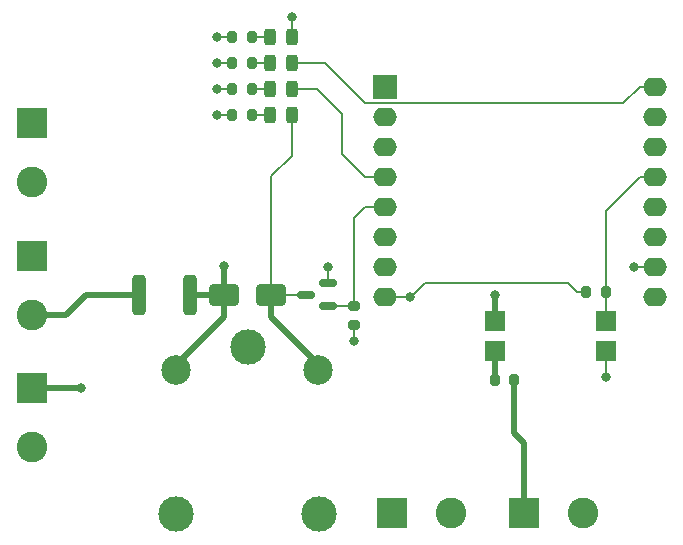
<source format=gbr>
%TF.GenerationSoftware,KiCad,Pcbnew,8.0.4-8.0.4-0~ubuntu22.04.1*%
%TF.CreationDate,2024-08-18T10:29:15-05:00*%
%TF.ProjectId,Doorbell with External ESP8266,446f6f72-6265-46c6-9c20-776974682045,v1.1*%
%TF.SameCoordinates,Original*%
%TF.FileFunction,Copper,L1,Top*%
%TF.FilePolarity,Positive*%
%FSLAX46Y46*%
G04 Gerber Fmt 4.6, Leading zero omitted, Abs format (unit mm)*
G04 Created by KiCad (PCBNEW 8.0.4-8.0.4-0~ubuntu22.04.1) date 2024-08-18 10:29:15*
%MOMM*%
%LPD*%
G01*
G04 APERTURE LIST*
G04 Aperture macros list*
%AMRoundRect*
0 Rectangle with rounded corners*
0 $1 Rounding radius*
0 $2 $3 $4 $5 $6 $7 $8 $9 X,Y pos of 4 corners*
0 Add a 4 corners polygon primitive as box body*
4,1,4,$2,$3,$4,$5,$6,$7,$8,$9,$2,$3,0*
0 Add four circle primitives for the rounded corners*
1,1,$1+$1,$2,$3*
1,1,$1+$1,$4,$5*
1,1,$1+$1,$6,$7*
1,1,$1+$1,$8,$9*
0 Add four rect primitives between the rounded corners*
20,1,$1+$1,$2,$3,$4,$5,0*
20,1,$1+$1,$4,$5,$6,$7,0*
20,1,$1+$1,$6,$7,$8,$9,0*
20,1,$1+$1,$8,$9,$2,$3,0*%
G04 Aperture macros list end*
%TA.AperFunction,SMDPad,CuDef*%
%ADD10RoundRect,0.200000X0.200000X0.275000X-0.200000X0.275000X-0.200000X-0.275000X0.200000X-0.275000X0*%
%TD*%
%TA.AperFunction,SMDPad,CuDef*%
%ADD11RoundRect,0.243750X0.243750X0.456250X-0.243750X0.456250X-0.243750X-0.456250X0.243750X-0.456250X0*%
%TD*%
%TA.AperFunction,SMDPad,CuDef*%
%ADD12RoundRect,0.250000X-0.312500X-1.450000X0.312500X-1.450000X0.312500X1.450000X-0.312500X1.450000X0*%
%TD*%
%TA.AperFunction,ComponentPad*%
%ADD13R,2.600000X2.600000*%
%TD*%
%TA.AperFunction,ComponentPad*%
%ADD14C,2.600000*%
%TD*%
%TA.AperFunction,ComponentPad*%
%ADD15R,2.000000X2.000000*%
%TD*%
%TA.AperFunction,ComponentPad*%
%ADD16O,2.000000X1.600000*%
%TD*%
%TA.AperFunction,SMDPad,CuDef*%
%ADD17RoundRect,0.150000X0.587500X0.150000X-0.587500X0.150000X-0.587500X-0.150000X0.587500X-0.150000X0*%
%TD*%
%TA.AperFunction,SMDPad,CuDef*%
%ADD18RoundRect,0.243750X-0.243750X-0.456250X0.243750X-0.456250X0.243750X0.456250X-0.243750X0.456250X0*%
%TD*%
%TA.AperFunction,SMDPad,CuDef*%
%ADD19RoundRect,0.200000X-0.275000X0.200000X-0.275000X-0.200000X0.275000X-0.200000X0.275000X0.200000X0*%
%TD*%
%TA.AperFunction,SMDPad,CuDef*%
%ADD20RoundRect,0.200000X-0.200000X-0.275000X0.200000X-0.275000X0.200000X0.275000X-0.200000X0.275000X0*%
%TD*%
%TA.AperFunction,ComponentPad*%
%ADD21C,3.000000*%
%TD*%
%TA.AperFunction,ComponentPad*%
%ADD22C,2.500000*%
%TD*%
%TA.AperFunction,SMDPad,CuDef*%
%ADD23RoundRect,0.250000X-1.000000X-0.650000X1.000000X-0.650000X1.000000X0.650000X-1.000000X0.650000X0*%
%TD*%
%TA.AperFunction,SMDPad,CuDef*%
%ADD24R,1.680000X1.710000*%
%TD*%
%TA.AperFunction,ViaPad*%
%ADD25C,0.800000*%
%TD*%
%TA.AperFunction,Conductor*%
%ADD26C,0.500000*%
%TD*%
%TA.AperFunction,Conductor*%
%ADD27C,0.200000*%
%TD*%
G04 APERTURE END LIST*
D10*
%TO.P,R101,1*%
%TO.N,Net-(D101-A)*%
X44325000Y-24000000D03*
%TO.P,R101,2*%
%TO.N,+3V3*%
X42675000Y-24000000D03*
%TD*%
%TO.P,R104,1*%
%TO.N,Net-(D104-A)*%
X44325000Y-30600000D03*
%TO.P,R104,2*%
%TO.N,+3V3*%
X42675000Y-30600000D03*
%TD*%
D11*
%TO.P,D104,1,K*%
%TO.N,/RELAY_LED*%
X47737500Y-30600000D03*
%TO.P,D104,2,A*%
%TO.N,Net-(D104-A)*%
X45862500Y-30600000D03*
%TD*%
D12*
%TO.P,F101,1*%
%TO.N,Net-(J102-Pin_2)*%
X34825000Y-45800000D03*
%TO.P,F101,2*%
%TO.N,VCC*%
X39100000Y-45800000D03*
%TD*%
D13*
%TO.P,J102,1,Pin_1*%
%TO.N,GND*%
X25705000Y-42500000D03*
D14*
%TO.P,J102,2,Pin_2*%
%TO.N,Net-(J102-Pin_2)*%
X25705000Y-47500000D03*
%TD*%
D13*
%TO.P,J105,1,Pin_1*%
%TO.N,Net-(J105-Pin_1)*%
X67400000Y-64300000D03*
D14*
%TO.P,J105,2,Pin_2*%
%TO.N,GND*%
X72400000Y-64300000D03*
%TD*%
D13*
%TO.P,J104,1,Pin_1*%
%TO.N,Net-(J104-Pin_1)*%
X56200000Y-64300000D03*
D14*
%TO.P,J104,2,Pin_2*%
%TO.N,/AC_B*%
X61200000Y-64300000D03*
%TD*%
D11*
%TO.P,D101,1,K*%
%TO.N,GND*%
X47737500Y-24000000D03*
%TO.P,D101,2,A*%
%TO.N,Net-(D101-A)*%
X45862500Y-24000000D03*
%TD*%
D15*
%TO.P,U101,1,~{RST}*%
%TO.N,unconnected-(U101-~{RST}-Pad1)*%
X55640000Y-28200000D03*
D16*
%TO.P,U101,2,A0*%
%TO.N,unconnected-(U101-A0-Pad2)*%
X55640000Y-30740000D03*
%TO.P,U101,3,D0*%
%TO.N,unconnected-(U101-D0-Pad3)*%
X55640000Y-33280000D03*
%TO.P,U101,4,SCK/D5*%
%TO.N,/HA_STATUS*%
X55640000Y-35820000D03*
%TO.P,U101,5,MISO/D6*%
%TO.N,/CHIME*%
X55640000Y-38360000D03*
%TO.P,U101,6,MOSI/D7*%
%TO.N,unconnected-(U101-MOSI{slash}D7-Pad6)*%
X55640000Y-40900000D03*
%TO.P,U101,7,CS/D8*%
%TO.N,unconnected-(U101-CS{slash}D8-Pad7)*%
X55640000Y-43440000D03*
%TO.P,U101,8,3V3*%
%TO.N,+3V3*%
X55640000Y-45980000D03*
%TO.P,U101,9,5V*%
%TO.N,VCC*%
X78500000Y-45980000D03*
%TO.P,U101,10,GND*%
%TO.N,GND*%
X78500000Y-43440000D03*
%TO.P,U101,11,D4*%
%TO.N,unconnected-(U101-D4-Pad11)*%
X78500000Y-40900000D03*
%TO.P,U101,12,D3*%
%TO.N,unconnected-(U101-D3-Pad12)*%
X78500000Y-38360000D03*
%TO.P,U101,13,SDA/D2*%
%TO.N,/DB_BUTTON*%
X78500000Y-35820000D03*
%TO.P,U101,14,SCL/D1*%
%TO.N,unconnected-(U101-SCL{slash}D1-Pad14)*%
X78500000Y-33280000D03*
%TO.P,U101,15,RX*%
%TO.N,unconnected-(U101-RX-Pad15)*%
X78500000Y-30740000D03*
%TO.P,U101,16,TX*%
%TO.N,/ESP_TX*%
X78500000Y-28200000D03*
%TD*%
D13*
%TO.P,J103,1,Pin_1*%
%TO.N,/AC_A*%
X25705000Y-53700000D03*
D14*
%TO.P,J103,2,Pin_2*%
%TO.N,/AC_B*%
X25705000Y-58700000D03*
%TD*%
D13*
%TO.P,J101,1,Pin_1*%
%TO.N,/AC_A*%
X25705000Y-31300000D03*
D14*
%TO.P,J101,2,Pin_2*%
%TO.N,/AC_B*%
X25705000Y-36300000D03*
%TD*%
D17*
%TO.P,Q101,1,G*%
%TO.N,/CHIME*%
X50825000Y-46750000D03*
%TO.P,Q101,2,S*%
%TO.N,GND*%
X50825000Y-44850000D03*
%TO.P,Q101,3,D*%
%TO.N,/RELAY_LED*%
X48950000Y-45800000D03*
%TD*%
D18*
%TO.P,D102,1,K*%
%TO.N,Net-(D102-K)*%
X45862500Y-28400000D03*
%TO.P,D102,2,A*%
%TO.N,/HA_STATUS*%
X47737500Y-28400000D03*
%TD*%
D19*
%TO.P,R105,1*%
%TO.N,/CHIME*%
X53000000Y-46750000D03*
%TO.P,R105,2*%
%TO.N,GND*%
X53000000Y-48400000D03*
%TD*%
D20*
%TO.P,R102,1*%
%TO.N,GND*%
X42675000Y-28400000D03*
%TO.P,R102,2*%
%TO.N,Net-(D102-K)*%
X44325000Y-28400000D03*
%TD*%
D21*
%TO.P,K101,1*%
%TO.N,/AC_A*%
X44000000Y-50200000D03*
D22*
%TO.P,K101,2*%
%TO.N,VCC*%
X37950000Y-52150000D03*
D21*
%TO.P,K101,3*%
%TO.N,Net-(J104-Pin_1)*%
X37950000Y-64350000D03*
%TO.P,K101,4*%
%TO.N,unconnected-(K101-Pad4)*%
X50000000Y-64400000D03*
D22*
%TO.P,K101,5*%
%TO.N,/RELAY_LED*%
X49950000Y-52150000D03*
%TD*%
D11*
%TO.P,D103,1,K*%
%TO.N,/ESP_TX*%
X47737500Y-26200000D03*
%TO.P,D103,2,A*%
%TO.N,Net-(D103-A)*%
X45862500Y-26200000D03*
%TD*%
D10*
%TO.P,R106,1*%
%TO.N,Net-(J105-Pin_1)*%
X66550000Y-53000000D03*
%TO.P,R106,2*%
%TO.N,Net-(R106-Pad2)*%
X64900000Y-53000000D03*
%TD*%
%TO.P,R103,1*%
%TO.N,Net-(D103-A)*%
X44325000Y-26200000D03*
%TO.P,R103,2*%
%TO.N,+3V3*%
X42675000Y-26200000D03*
%TD*%
D23*
%TO.P,D105,1,K*%
%TO.N,VCC*%
X42000000Y-45800000D03*
%TO.P,D105,2,A*%
%TO.N,/RELAY_LED*%
X46000000Y-45800000D03*
%TD*%
D20*
%TO.P,R107,1*%
%TO.N,+3V3*%
X72650000Y-45600000D03*
%TO.P,R107,2*%
%TO.N,/DB_BUTTON*%
X74300000Y-45600000D03*
%TD*%
D24*
%TO.P,U103,1*%
%TO.N,VCC*%
X64907500Y-48040000D03*
%TO.P,U103,2*%
%TO.N,Net-(R106-Pad2)*%
X64907500Y-50580000D03*
%TO.P,U103,3*%
%TO.N,GND*%
X74297500Y-50580000D03*
%TO.P,U103,4*%
%TO.N,/DB_BUTTON*%
X74297500Y-48040000D03*
%TD*%
D25*
%TO.N,VCC*%
X42000000Y-43400000D03*
X64900000Y-45800000D03*
%TO.N,GND*%
X41400000Y-28400000D03*
X47737500Y-22300000D03*
X76700000Y-43500000D03*
X53000000Y-49750000D03*
X74300000Y-52800000D03*
X50825000Y-43425000D03*
%TO.N,+3V3*%
X41400000Y-30600000D03*
X57700000Y-46000000D03*
X41400000Y-24000000D03*
X41400000Y-26200000D03*
%TO.N,/AC_A*%
X29925000Y-53700000D03*
%TD*%
D26*
%TO.N,VCC*%
X42000000Y-47700000D02*
X42000000Y-45800000D01*
X64900000Y-45800000D02*
X64900000Y-48032500D01*
X64900000Y-48032500D02*
X64907500Y-48040000D01*
X42037500Y-45762500D02*
X42000000Y-45800000D01*
X37950000Y-52150000D02*
X37950000Y-51750000D01*
X37950000Y-51750000D02*
X42000000Y-47700000D01*
X39100000Y-45800000D02*
X42000000Y-45800000D01*
X42000000Y-43400000D02*
X42000000Y-45800000D01*
D27*
%TO.N,GND*%
X50825000Y-44850000D02*
X50825000Y-43425000D01*
X74297500Y-52797500D02*
X74297500Y-50580000D01*
X42675000Y-28400000D02*
X41400000Y-28400000D01*
X47737500Y-24000000D02*
X47737500Y-22300000D01*
X53000000Y-48400000D02*
X53000000Y-49750000D01*
X76760000Y-43440000D02*
X76700000Y-43500000D01*
X74300000Y-52800000D02*
X74297500Y-52797500D01*
X78500000Y-43440000D02*
X76760000Y-43440000D01*
%TO.N,+3V3*%
X71900000Y-45600000D02*
X72650000Y-45600000D01*
X42712500Y-30637500D02*
X42675000Y-30600000D01*
X41400000Y-26200000D02*
X42675000Y-26200000D01*
X41400000Y-24000000D02*
X42675000Y-24000000D01*
X57600000Y-46000000D02*
X57580000Y-45980000D01*
X41400000Y-30600000D02*
X42675000Y-30600000D01*
X57800000Y-46000000D02*
X59000000Y-44800000D01*
X57700000Y-46000000D02*
X57800000Y-46000000D01*
X59000000Y-44800000D02*
X71100000Y-44800000D01*
X71100000Y-44800000D02*
X71900000Y-45600000D01*
X57700000Y-46000000D02*
X57600000Y-46000000D01*
X57580000Y-45980000D02*
X55640000Y-45980000D01*
%TO.N,/RELAY_LED*%
X46000000Y-45800000D02*
X48950000Y-45800000D01*
X46000000Y-35800000D02*
X47737500Y-34062500D01*
D26*
X49950000Y-51650000D02*
X46000000Y-47700000D01*
X49950000Y-52150000D02*
X49950000Y-51650000D01*
D27*
X47737500Y-34062500D02*
X47737500Y-30600000D01*
D26*
X46000000Y-47700000D02*
X46000000Y-45800000D01*
D27*
X46000000Y-45800000D02*
X46000000Y-35800000D01*
%TO.N,Net-(D104-A)*%
X44325000Y-30600000D02*
X45862500Y-30600000D01*
%TO.N,Net-(D101-A)*%
X44325000Y-24000000D02*
X45862500Y-24000000D01*
%TO.N,/HA_STATUS*%
X47737500Y-28400000D02*
X49900000Y-28400000D01*
X53920000Y-35820000D02*
X55640000Y-35820000D01*
X49900000Y-28400000D02*
X52000000Y-30500000D01*
X52000000Y-33900000D02*
X53920000Y-35820000D01*
X52000000Y-30500000D02*
X52000000Y-33900000D01*
%TO.N,Net-(D102-K)*%
X44325000Y-28400000D02*
X45862500Y-28400000D01*
%TO.N,Net-(D103-A)*%
X44325000Y-26200000D02*
X45862500Y-26200000D01*
D26*
%TO.N,Net-(J105-Pin_1)*%
X66550000Y-53000000D02*
X66550000Y-57550000D01*
X67400000Y-58400000D02*
X67400000Y-64300000D01*
X66550000Y-57550000D02*
X67400000Y-58400000D01*
D27*
%TO.N,/ESP_TX*%
X75800000Y-29600000D02*
X77200000Y-28200000D01*
X50525000Y-26200000D02*
X53925000Y-29600000D01*
X77200000Y-28200000D02*
X78500000Y-28200000D01*
X47737500Y-26200000D02*
X50525000Y-26200000D01*
X53925000Y-29600000D02*
X75800000Y-29600000D01*
D26*
%TO.N,Net-(J102-Pin_2)*%
X30350000Y-45800000D02*
X34825000Y-45800000D01*
X25705000Y-47500000D02*
X28650000Y-47500000D01*
X28650000Y-47500000D02*
X30350000Y-45800000D01*
D27*
%TO.N,/DB_BUTTON*%
X77180000Y-35820000D02*
X74300000Y-38700000D01*
X78500000Y-35820000D02*
X77180000Y-35820000D01*
X74300000Y-38700000D02*
X74300000Y-45600000D01*
X74300000Y-45600000D02*
X74300000Y-48037500D01*
X74300000Y-48037500D02*
X74297500Y-48040000D01*
%TO.N,/CHIME*%
X53940000Y-38360000D02*
X55640000Y-38360000D01*
X53000000Y-39300000D02*
X53940000Y-38360000D01*
X53000000Y-46750000D02*
X53000000Y-39300000D01*
X53000000Y-46750000D02*
X50825000Y-46750000D01*
D26*
%TO.N,/AC_A*%
X29925000Y-53700000D02*
X25705000Y-53700000D01*
%TO.N,Net-(R106-Pad2)*%
X64907500Y-50580000D02*
X64907500Y-52992500D01*
D27*
X64907500Y-52992500D02*
X64900000Y-53000000D01*
%TD*%
M02*

</source>
